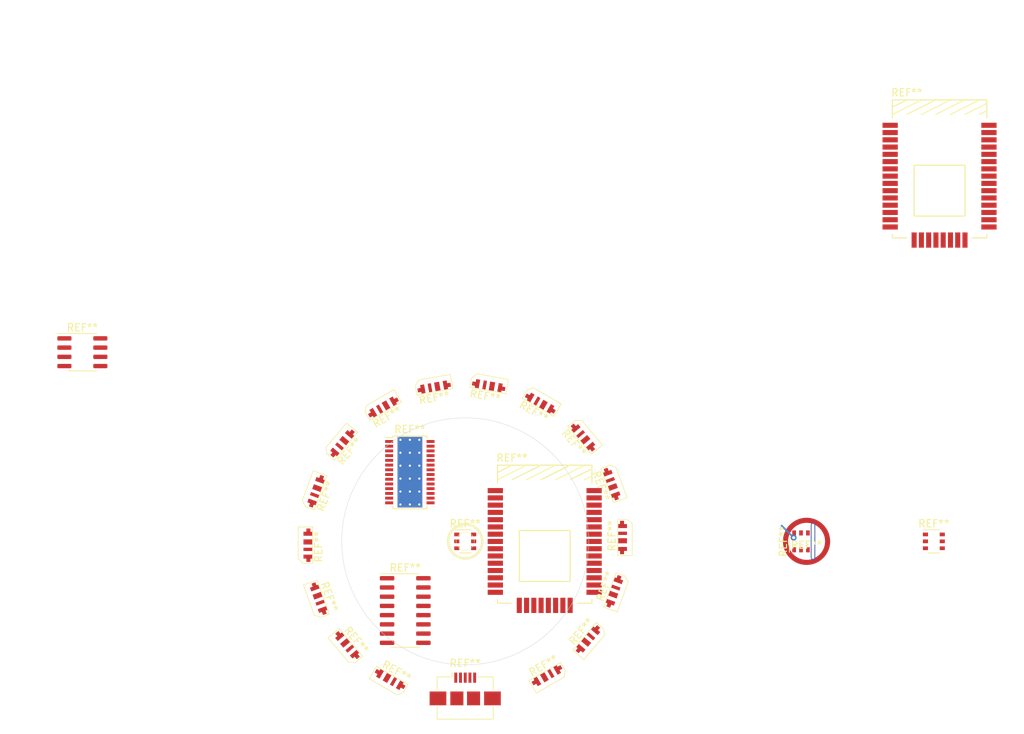
<source format=kicad_pcb>
(kicad_pcb (version 20171130) (host pcbnew 5.1.10-88a1d61d58~90~ubuntu20.04.1)

  (general
    (thickness 1.6)
    (drawings 11)
    (tracks 4)
    (zones 0)
    (modules 26)
    (nets 1)
  )

  (page USLetter)
  (layers
    (0 F.Cu signal)
    (31 B.Cu signal)
    (32 B.Adhes user)
    (33 F.Adhes user)
    (34 B.Paste user)
    (35 F.Paste user)
    (36 B.SilkS user)
    (37 F.SilkS user)
    (38 B.Mask user)
    (39 F.Mask user)
    (40 Dwgs.User user)
    (41 Cmts.User user)
    (42 Eco1.User user)
    (43 Eco2.User user)
    (44 Edge.Cuts user)
    (45 Margin user)
    (46 B.CrtYd user)
    (47 F.CrtYd user)
    (48 B.Fab user)
    (49 F.Fab user)
  )

  (setup
    (last_trace_width 0.25)
    (trace_clearance 0.2)
    (zone_clearance 0.508)
    (zone_45_only no)
    (trace_min 0.2)
    (via_size 0.8)
    (via_drill 0.4)
    (via_min_size 0.4)
    (via_min_drill 0.3)
    (uvia_size 0.3)
    (uvia_drill 0.1)
    (uvias_allowed no)
    (uvia_min_size 0.2)
    (uvia_min_drill 0.1)
    (edge_width 0.05)
    (segment_width 0.2)
    (pcb_text_width 0.3)
    (pcb_text_size 1.5 1.5)
    (mod_edge_width 0.12)
    (mod_text_size 1 1)
    (mod_text_width 0.15)
    (pad_size 1.524 1.524)
    (pad_drill 0.762)
    (pad_to_mask_clearance 0)
    (aux_axis_origin 0 0)
    (grid_origin 100 100)
    (visible_elements FFFFFF7F)
    (pcbplotparams
      (layerselection 0x010fc_ffffffff)
      (usegerberextensions false)
      (usegerberattributes true)
      (usegerberadvancedattributes true)
      (creategerberjobfile true)
      (excludeedgelayer true)
      (linewidth 0.100000)
      (plotframeref false)
      (viasonmask false)
      (mode 1)
      (useauxorigin false)
      (hpglpennumber 1)
      (hpglpenspeed 20)
      (hpglpendiameter 15.000000)
      (psnegative false)
      (psa4output false)
      (plotreference true)
      (plotvalue true)
      (plotinvisibletext false)
      (padsonsilk false)
      (subtractmaskfromsilk false)
      (outputformat 1)
      (mirror false)
      (drillshape 1)
      (scaleselection 1)
      (outputdirectory ""))
  )

  (net 0 "")

  (net_class Default "This is the default net class."
    (clearance 0.2)
    (trace_width 0.25)
    (via_dia 0.8)
    (via_drill 0.4)
    (uvia_dia 0.3)
    (uvia_drill 0.1)
  )

  (module lilygo_micro32:T-Micro32 (layer F.Cu) (tedit 61131E02) (tstamp 612AC4AA)
    (at 158.801 42.723)
    (fp_text reference REF** (at 2 -4.5) (layer F.SilkS)
      (effects (font (size 1 1) (thickness 0.15)))
    )
    (fp_text value T-Micro32 (at 6.5 3) (layer F.Fab)
      (effects (font (size 1 1) (thickness 0.15)))
    )
    (fp_line (start 3 5.5) (end 3 12.5) (layer F.SilkS) (width 0.15))
    (fp_line (start 10 5.5) (end 3 5.5) (layer F.SilkS) (width 0.15))
    (fp_line (start 10 12.5) (end 10 5.5) (layer F.SilkS) (width 0.15))
    (fp_line (start 3 12.5) (end 10 12.5) (layer F.SilkS) (width 0.15))
    (fp_line (start 12 -1.5) (end 13 -2) (layer F.SilkS) (width 0.15))
    (fp_line (start 10 -1.5) (end 13 -3) (layer F.SilkS) (width 0.15))
    (fp_line (start 8 -1.5) (end 12 -3.5) (layer F.SilkS) (width 0.15))
    (fp_line (start 6 -1.5) (end 10 -3.5) (layer F.SilkS) (width 0.15))
    (fp_line (start 8 -3.5) (end 4 -1.5) (layer F.SilkS) (width 0.15))
    (fp_line (start 2 -1.5) (end 6 -3.5) (layer F.SilkS) (width 0.15))
    (fp_line (start 0 -1.5) (end 4 -3.5) (layer F.SilkS) (width 0.15))
    (fp_line (start 0 -2.5) (end 2 -3.5) (layer F.SilkS) (width 0.15))
    (fp_line (start 13 15.5) (end 13 15) (layer F.SilkS) (width 0.15))
    (fp_line (start 11 15.5) (end 13 15.5) (layer F.SilkS) (width 0.15))
    (fp_line (start 0 15.5) (end 2 15.5) (layer F.SilkS) (width 0.15))
    (fp_line (start 0 15) (end 0 15.5) (layer F.SilkS) (width 0.15))
    (fp_line (start 13 -3.5) (end 13 -1) (layer F.SilkS) (width 0.15))
    (fp_line (start 0 -3.5) (end 13 -3.5) (layer F.SilkS) (width 0.15))
    (fp_line (start 0 -1) (end 0 -3.5) (layer F.SilkS) (width 0.15))
    (pad 1 smd rect (at 0 0) (size 2.1 0.7) (drill (offset -0.3 0)) (layers F.Cu F.Paste F.Mask))
    (pad 2 smd rect (at 0 1) (size 2.1 0.7) (drill (offset -0.3 0)) (layers F.Cu F.Paste F.Mask))
    (pad 3 smd rect (at 0 2) (size 2.1 0.7) (drill (offset -0.3 0)) (layers F.Cu F.Paste F.Mask))
    (pad 4 smd rect (at 0 3) (size 2.1 0.7) (drill (offset -0.3 0)) (layers F.Cu F.Paste F.Mask))
    (pad 5 smd rect (at 0 4) (size 2.1 0.7) (drill (offset -0.3 0)) (layers F.Cu F.Paste F.Mask))
    (pad 6 smd rect (at 0 5) (size 2.1 0.7) (drill (offset -0.3 0)) (layers F.Cu F.Paste F.Mask))
    (pad 7 smd rect (at 0 6) (size 2.1 0.7) (drill (offset -0.3 0)) (layers F.Cu F.Paste F.Mask))
    (pad 8 smd rect (at 0 7) (size 2.1 0.7) (drill (offset -0.3 0)) (layers F.Cu F.Paste F.Mask))
    (pad 9 smd rect (at 0 8) (size 2.1 0.7) (drill (offset -0.3 0)) (layers F.Cu F.Paste F.Mask))
    (pad 10 smd rect (at 0 9) (size 2.1 0.7) (drill (offset -0.3 0)) (layers F.Cu F.Paste F.Mask))
    (pad 11 smd rect (at 0 10) (size 2.1 0.7) (drill (offset -0.3 0)) (layers F.Cu F.Paste F.Mask))
    (pad 12 smd rect (at 0 11) (size 2.1 0.7) (drill (offset -0.3 0)) (layers F.Cu F.Paste F.Mask))
    (pad 13 smd rect (at 0 12) (size 2.1 0.7) (drill (offset -0.3 0)) (layers F.Cu F.Paste F.Mask))
    (pad 14 smd rect (at 0 13) (size 2.1 0.7) (drill (offset -0.3 0)) (layers F.Cu F.Paste F.Mask))
    (pad 15 smd rect (at 0 14) (size 2.1 0.7) (drill (offset -0.3 0)) (layers F.Cu F.Paste F.Mask))
    (pad 16 smd rect (at 3 15.5) (size 0.7 2.1) (drill (offset 0 0.3)) (layers F.Cu F.Paste F.Mask))
    (pad 17 smd rect (at 4 15.5) (size 0.7 2.1) (drill (offset 0 0.3)) (layers F.Cu F.Paste F.Mask))
    (pad 18 smd rect (at 5 15.5) (size 0.7 2.1) (drill (offset 0 0.3)) (layers F.Cu F.Paste F.Mask))
    (pad 19 smd rect (at 6 15.5) (size 0.7 2.1) (drill (offset 0 0.3)) (layers F.Cu F.Paste F.Mask))
    (pad 20 smd rect (at 7 15.5) (size 0.7 2.1) (drill (offset 0 0.3)) (layers F.Cu F.Paste F.Mask))
    (pad 21 smd rect (at 8 15.5) (size 0.7 2.1) (drill (offset 0 0.3)) (layers F.Cu F.Paste F.Mask))
    (pad 22 smd rect (at 9 15.5) (size 0.7 2.1) (drill (offset 0 0.3)) (layers F.Cu F.Paste F.Mask))
    (pad 23 smd rect (at 10 15.5) (size 0.7 2.1) (drill (offset 0 0.3)) (layers F.Cu F.Paste F.Mask))
    (pad 24 smd rect (at 13 14) (size 2.1 0.7) (drill (offset 0.3 0)) (layers F.Cu F.Paste F.Mask))
    (pad 25 smd rect (at 13 13) (size 2.1 0.7) (drill (offset 0.3 0)) (layers F.Cu F.Paste F.Mask))
    (pad 26 smd rect (at 13 12) (size 2.1 0.7) (drill (offset 0.3 0)) (layers F.Cu F.Paste F.Mask))
    (pad 27 smd rect (at 13 11) (size 2.1 0.7) (drill (offset 0.3 0)) (layers F.Cu F.Paste F.Mask))
    (pad 28 smd rect (at 13 10) (size 2.1 0.7) (drill (offset 0.3 0)) (layers F.Cu F.Paste F.Mask))
    (pad 29 smd rect (at 13 9) (size 2.1 0.7) (drill (offset 0.3 0)) (layers F.Cu F.Paste F.Mask))
    (pad 30 smd rect (at 13 8) (size 2.1 0.7) (drill (offset 0.3 0)) (layers F.Cu F.Paste F.Mask))
    (pad 31 smd rect (at 13 7) (size 2.1 0.7) (drill (offset 0.3 0)) (layers F.Cu F.Paste F.Mask))
    (pad 32 smd rect (at 13 6) (size 2.1 0.7) (drill (offset 0.3 0)) (layers F.Cu F.Paste F.Mask))
    (pad 33 smd rect (at 13 5) (size 2.1 0.7) (drill (offset 0.3 0)) (layers F.Cu F.Paste F.Mask))
    (pad 34 smd rect (at 13 4) (size 2.1 0.7) (drill (offset 0.3 0)) (layers F.Cu F.Paste F.Mask))
    (pad 35 smd rect (at 13 3) (size 2.1 0.7) (drill (offset 0.3 0)) (layers F.Cu F.Paste F.Mask))
    (pad 36 smd rect (at 13 2) (size 2.1 0.7) (drill (offset 0.3 0)) (layers F.Cu F.Paste F.Mask))
    (pad 37 smd rect (at 13 1) (size 2.1 0.7) (drill (offset 0.3 0)) (layers F.Cu F.Paste F.Mask))
    (pad 38 smd rect (at 13 0) (size 2.1 0.7) (drill (offset 0.3 0)) (layers F.Cu F.Paste F.Mask))
  )

  (module Package_SO:TSOP-6_1.65x3.05mm_P0.95mm (layer F.Cu) (tedit 5A02F25C) (tstamp 612AC3AC)
    (at 146.228 100 90)
    (descr "TSOP-6 package (comparable to TSOT-23), https://www.vishay.com/docs/71200/71200.pdf")
    (tags "Jedec MO-193C TSOP-6L")
    (attr smd)
    (fp_text reference REF** (at 0 -2.45 90) (layer F.SilkS)
      (effects (font (size 1 1) (thickness 0.15)))
    )
    (fp_text value TSOP-6_1.65x3.05mm_P0.95mm (at 0 2.5 90) (layer F.Fab)
      (effects (font (size 1 1) (thickness 0.15)))
    )
    (fp_line (start 1.76 1.77) (end -1.76 1.77) (layer F.CrtYd) (width 0.05))
    (fp_line (start 1.76 1.77) (end 1.76 -1.78) (layer F.CrtYd) (width 0.05))
    (fp_line (start -1.76 -1.78) (end -1.76 1.77) (layer F.CrtYd) (width 0.05))
    (fp_line (start -1.76 -1.78) (end 1.76 -1.78) (layer F.CrtYd) (width 0.05))
    (fp_line (start 0.825 -1.525) (end 0.825 1.525) (layer F.Fab) (width 0.1))
    (fp_line (start 0.825 1.525) (end -0.825 1.525) (layer F.Fab) (width 0.1))
    (fp_line (start -0.825 -1.1) (end -0.825 1.525) (layer F.Fab) (width 0.1))
    (fp_line (start 0.825 -1.525) (end -0.425 -1.525) (layer F.Fab) (width 0.1))
    (fp_line (start -0.825 -1.1) (end -0.425 -1.525) (layer F.Fab) (width 0.1))
    (fp_line (start 0.8 -1.6) (end -1.5 -1.6) (layer F.SilkS) (width 0.12))
    (fp_line (start -0.8 1.6) (end 0.8 1.6) (layer F.SilkS) (width 0.12))
    (fp_text user %R (at 0 0) (layer F.Fab)
      (effects (font (size 0.5 0.5) (thickness 0.075)))
    )
    (pad 6 smd rect (at 1.16 -0.95 90) (size 0.7 0.51) (layers F.Cu F.Paste F.Mask))
    (pad 5 smd rect (at 1.16 0 90) (size 0.7 0.51) (layers F.Cu F.Paste F.Mask))
    (pad 4 smd rect (at 1.16 0.95 90) (size 0.7 0.51) (layers F.Cu F.Paste F.Mask))
    (pad 3 smd rect (at -1.16 0.95 90) (size 0.7 0.51) (layers F.Cu F.Paste F.Mask))
    (pad 2 smd rect (at -1.16 0 90) (size 0.7 0.51) (layers F.Cu F.Paste F.Mask))
    (pad 1 smd rect (at -1.16 -0.95 90) (size 0.7 0.51) (layers F.Cu F.Paste F.Mask))
    (model ${KISYS3DMOD}/Package_SO.3dshapes/TSOP-6_1.65x3.05mm_P0.95mm.wrl
      (at (xyz 0 0 0))
      (scale (xyz 1 1 1))
      (rotate (xyz 0 0 0))
    )
  )

  (module tube_mounts:5.5od_0.2thickness_no_pins (layer F.Cu) (tedit 612A700F) (tstamp 612AC32B)
    (at 146.99 100)
    (fp_text reference REF** (at 0 0.5) (layer F.SilkS)
      (effects (font (size 1 1) (thickness 0.15)))
    )
    (fp_text value 5.5od_0.2thickness_no_pins (at 0 -0.5) (layer F.Fab)
      (effects (font (size 1 1) (thickness 0.15)))
    )
    (fp_poly (pts (xy 0.879 2.27) (xy 0.769 2.27) (xy 0.769 -2.23) (xy 0.889 -2.23)) (layer Dwgs.User) (width 0.01))
    (fp_circle (center 0 0) (end 2.9 0) (layer F.Mask) (width 0.8))
    (fp_circle (center 0 0) (end 2.9 0) (layer F.Cu) (width 0.7))
    (pad "" thru_hole oval (at 0.889 0) (size 0.6 5.05) (drill oval 0.35 4.8) (layers *.Cu *.Mask))
  )

  (module Package_SO:TSOP-6_1.65x3.05mm_P0.95mm (layer F.Cu) (tedit 5A02F25C) (tstamp 612AC36C)
    (at 164.516 100)
    (descr "TSOP-6 package (comparable to TSOT-23), https://www.vishay.com/docs/71200/71200.pdf")
    (tags "Jedec MO-193C TSOP-6L")
    (attr smd)
    (fp_text reference REF** (at 0 -2.45) (layer F.SilkS)
      (effects (font (size 1 1) (thickness 0.15)))
    )
    (fp_text value TSOP-6_1.65x3.05mm_P0.95mm (at 0 2.5) (layer F.Fab)
      (effects (font (size 1 1) (thickness 0.15)))
    )
    (fp_line (start -0.8 1.6) (end 0.8 1.6) (layer F.SilkS) (width 0.12))
    (fp_line (start 0.8 -1.6) (end -1.5 -1.6) (layer F.SilkS) (width 0.12))
    (fp_line (start -0.825 -1.1) (end -0.425 -1.525) (layer F.Fab) (width 0.1))
    (fp_line (start 0.825 -1.525) (end -0.425 -1.525) (layer F.Fab) (width 0.1))
    (fp_line (start -0.825 -1.1) (end -0.825 1.525) (layer F.Fab) (width 0.1))
    (fp_line (start 0.825 1.525) (end -0.825 1.525) (layer F.Fab) (width 0.1))
    (fp_line (start 0.825 -1.525) (end 0.825 1.525) (layer F.Fab) (width 0.1))
    (fp_line (start -1.76 -1.78) (end 1.76 -1.78) (layer F.CrtYd) (width 0.05))
    (fp_line (start -1.76 -1.78) (end -1.76 1.77) (layer F.CrtYd) (width 0.05))
    (fp_line (start 1.76 1.77) (end 1.76 -1.78) (layer F.CrtYd) (width 0.05))
    (fp_line (start 1.76 1.77) (end -1.76 1.77) (layer F.CrtYd) (width 0.05))
    (fp_text user %R (at 0 0 90) (layer F.Fab)
      (effects (font (size 0.5 0.5) (thickness 0.075)))
    )
    (pad 1 smd rect (at -1.16 -0.95) (size 0.7 0.51) (layers F.Cu F.Paste F.Mask))
    (pad 2 smd rect (at -1.16 0) (size 0.7 0.51) (layers F.Cu F.Paste F.Mask))
    (pad 3 smd rect (at -1.16 0.95) (size 0.7 0.51) (layers F.Cu F.Paste F.Mask))
    (pad 4 smd rect (at 1.16 0.95) (size 0.7 0.51) (layers F.Cu F.Paste F.Mask))
    (pad 5 smd rect (at 1.16 0) (size 0.7 0.51) (layers F.Cu F.Paste F.Mask))
    (pad 6 smd rect (at 1.16 -0.95) (size 0.7 0.51) (layers F.Cu F.Paste F.Mask))
    (model ${KISYS3DMOD}/Package_SO.3dshapes/TSOP-6_1.65x3.05mm_P0.95mm.wrl
      (at (xyz 0 0 0))
      (scale (xyz 1 1 1))
      (rotate (xyz 0 0 0))
    )
  )

  (module Package_SO:HTSSOP-28-1EP_4.4x9.7mm_P0.65mm_EP3.4x9.5mm_Mask2.4x6.17mm_ThermalVias (layer F.Cu) (tedit 5A671B3A) (tstamp 6128544B)
    (at 92.38 90.475)
    (descr "HTSSOP28: plastic thin shrink small outline package; 28 leads; body width 4.4 mm; thermal pad")
    (tags "TSSOP HTSSOP 0.65 thermal pad")
    (attr smd)
    (fp_text reference REF** (at 0 -5.9) (layer F.SilkS)
      (effects (font (size 1 1) (thickness 0.15)))
    )
    (fp_text value HTSSOP-28-1EP_4.4x9.7mm_P0.65mm_EP3.4x9.5mm_Mask2.4x6.17mm_ThermalVias (at 0 5.9) (layer F.Fab)
      (effects (font (size 1 1) (thickness 0.15)))
    )
    (fp_line (start -2.325 -4.75) (end -3.4 -4.75) (layer F.SilkS) (width 0.15))
    (fp_line (start -2.325 5.0258) (end 2.325 5.0258) (layer F.SilkS) (width 0.15))
    (fp_line (start -2.325 -4.975) (end 2.325 -4.975) (layer F.SilkS) (width 0.15))
    (fp_line (start -2.325 5.0258) (end -2.325 4.7008) (layer F.SilkS) (width 0.15))
    (fp_line (start 2.325 5.0258) (end 2.325 4.7008) (layer F.SilkS) (width 0.15))
    (fp_line (start 2.325 -4.975) (end 2.325 -4.65) (layer F.SilkS) (width 0.15))
    (fp_line (start -2.325 -4.975) (end -2.325 -4.75) (layer F.SilkS) (width 0.15))
    (fp_line (start -3.65 5.15) (end 3.65 5.15) (layer F.CrtYd) (width 0.05))
    (fp_line (start -3.65 -5.15) (end 3.65 -5.15) (layer F.CrtYd) (width 0.05))
    (fp_line (start 3.65 -5.15) (end 3.65 5.15) (layer F.CrtYd) (width 0.05))
    (fp_line (start -3.65 -5.15) (end -3.65 5.15) (layer F.CrtYd) (width 0.05))
    (fp_line (start -2.2 -3.85) (end -1.2 -4.85) (layer F.Fab) (width 0.15))
    (fp_line (start -2.2 4.85) (end -2.2 -3.85) (layer F.Fab) (width 0.15))
    (fp_line (start 2.2 4.9008) (end -2.2 4.9008) (layer F.Fab) (width 0.15))
    (fp_line (start 2.2 -4.85) (end 2.2 4.85) (layer F.Fab) (width 0.15))
    (fp_line (start -1.2 -4.85) (end 2.2 -4.85) (layer F.Fab) (width 0.15))
    (fp_text user %R (at 0 0) (layer F.Fab)
      (effects (font (size 0.8 0.8) (thickness 0.15)))
    )
    (pad 29 smd rect (at 0 0) (size 3.4 9.7) (layers B.Cu))
    (pad "" smd rect (at -0.6 1.78) (size 0.9 1.4) (layers F.Paste))
    (pad "" smd rect (at 0.6 1.78) (size 0.9 1.4) (layers F.Paste))
    (pad "" smd rect (at -0.6 0) (size 0.9 1.4) (layers F.Paste))
    (pad "" smd rect (at 0.6 0) (size 0.9 1.4) (layers F.Paste))
    (pad "" smd rect (at 0.6 -1.78) (size 0.9 1.4) (layers F.Paste))
    (pad "" smd rect (at -0.6 -1.78) (size 0.9 1.4) (layers F.Paste))
    (pad "" smd rect (at 0 0) (size 2.4 6.17) (layers F.Mask))
    (pad 29 thru_hole circle (at -1.3 4.45) (size 0.6 0.6) (drill 0.3) (layers *.Cu))
    (pad 29 thru_hole circle (at 0 4.45) (size 0.6 0.6) (drill 0.3) (layers *.Cu))
    (pad 29 thru_hole circle (at 1.3 4.45) (size 0.6 0.6) (drill 0.3) (layers *.Cu))
    (pad 29 thru_hole circle (at -1.3 2.67) (size 0.6 0.6) (drill 0.3) (layers *.Cu))
    (pad 29 thru_hole circle (at 0 2.67) (size 0.6 0.6) (drill 0.3) (layers *.Cu))
    (pad 29 thru_hole circle (at 1.3 2.67) (size 0.6 0.6) (drill 0.3) (layers *.Cu))
    (pad 29 thru_hole circle (at -1.3 0.89) (size 0.6 0.6) (drill 0.3) (layers *.Cu))
    (pad 29 thru_hole circle (at 0 0.89) (size 0.6 0.6) (drill 0.3) (layers *.Cu))
    (pad 29 thru_hole circle (at 1.3 0.89) (size 0.6 0.6) (drill 0.3) (layers *.Cu))
    (pad 29 thru_hole circle (at -1.3 -0.89) (size 0.6 0.6) (drill 0.3) (layers *.Cu))
    (pad 29 thru_hole circle (at 0 -0.89) (size 0.6 0.6) (drill 0.3) (layers *.Cu))
    (pad 29 thru_hole circle (at 1.3 -0.89) (size 0.6 0.6) (drill 0.3) (layers *.Cu))
    (pad 29 thru_hole circle (at -1.3 -2.67) (size 0.6 0.6) (drill 0.3) (layers *.Cu))
    (pad 29 thru_hole circle (at 0 -2.67) (size 0.6 0.6) (drill 0.3) (layers *.Cu))
    (pad 29 thru_hole circle (at 1.3 -2.67) (size 0.6 0.6) (drill 0.3) (layers *.Cu))
    (pad 29 thru_hole circle (at 1.3 -4.45) (size 0.6 0.6) (drill 0.3) (layers *.Cu))
    (pad 29 thru_hole circle (at 0 -4.45) (size 0.6 0.6) (drill 0.3) (layers *.Cu))
    (pad 29 thru_hole circle (at -1.3 -4.45) (size 0.6 0.6) (drill 0.3) (layers *.Cu))
    (pad 29 smd rect (at 0 0) (size 3.4 9.7) (layers F.Cu))
    (pad 28 smd rect (at 2.85 -4.225) (size 1.1 0.4) (layers F.Cu F.Paste F.Mask))
    (pad 27 smd rect (at 2.85 -3.575) (size 1.1 0.4) (layers F.Cu F.Paste F.Mask))
    (pad 26 smd rect (at 2.85 -2.925) (size 1.1 0.4) (layers F.Cu F.Paste F.Mask))
    (pad 25 smd rect (at 2.85 -2.275) (size 1.1 0.4) (layers F.Cu F.Paste F.Mask))
    (pad 24 smd rect (at 2.85 -1.625) (size 1.1 0.4) (layers F.Cu F.Paste F.Mask))
    (pad 23 smd rect (at 2.85 -0.975) (size 1.1 0.4) (layers F.Cu F.Paste F.Mask))
    (pad 22 smd rect (at 2.85 -0.325) (size 1.1 0.4) (layers F.Cu F.Paste F.Mask))
    (pad 21 smd rect (at 2.85 0.325) (size 1.1 0.4) (layers F.Cu F.Paste F.Mask))
    (pad 20 smd rect (at 2.85 0.975) (size 1.1 0.4) (layers F.Cu F.Paste F.Mask))
    (pad 19 smd rect (at 2.85 1.625) (size 1.1 0.4) (layers F.Cu F.Paste F.Mask))
    (pad 18 smd rect (at 2.85 2.275) (size 1.1 0.4) (layers F.Cu F.Paste F.Mask))
    (pad 17 smd rect (at 2.85 2.925) (size 1.1 0.4) (layers F.Cu F.Paste F.Mask))
    (pad 16 smd rect (at 2.85 3.575) (size 1.1 0.4) (layers F.Cu F.Paste F.Mask))
    (pad 15 smd rect (at 2.85 4.225) (size 1.1 0.4) (layers F.Cu F.Paste F.Mask))
    (pad 14 smd rect (at -2.85 4.225) (size 1.1 0.4) (layers F.Cu F.Paste F.Mask))
    (pad 13 smd rect (at -2.85 3.575) (size 1.1 0.4) (layers F.Cu F.Paste F.Mask))
    (pad 12 smd rect (at -2.85 2.925) (size 1.1 0.4) (layers F.Cu F.Paste F.Mask))
    (pad 11 smd rect (at -2.85 2.275) (size 1.1 0.4) (layers F.Cu F.Paste F.Mask))
    (pad 10 smd rect (at -2.85 1.625) (size 1.1 0.4) (layers F.Cu F.Paste F.Mask))
    (pad 9 smd rect (at -2.85 0.975) (size 1.1 0.4) (layers F.Cu F.Paste F.Mask))
    (pad 8 smd rect (at -2.85 0.325) (size 1.1 0.4) (layers F.Cu F.Paste F.Mask))
    (pad 7 smd rect (at -2.85 -0.325) (size 1.1 0.4) (layers F.Cu F.Paste F.Mask))
    (pad 6 smd rect (at -2.85 -0.975) (size 1.1 0.4) (layers F.Cu F.Paste F.Mask))
    (pad 5 smd rect (at -2.85 -1.625) (size 1.1 0.4) (layers F.Cu F.Paste F.Mask))
    (pad 4 smd rect (at -2.85 -2.275) (size 1.1 0.4) (layers F.Cu F.Paste F.Mask))
    (pad 3 smd rect (at -2.85 -2.925) (size 1.1 0.4) (layers F.Cu F.Paste F.Mask))
    (pad 2 smd rect (at -2.85 -3.575) (size 1.1 0.4) (layers F.Cu F.Paste F.Mask))
    (pad 1 smd rect (at -2.85 -4.225) (size 1.1 0.4) (layers F.Cu F.Paste F.Mask))
    (model ${KISYS3DMOD}/Package_SO.3dshapes/HTSSOP-28-1EP_4.4x9.7mm_P0.65mm_EP3.4x9.5mm.wrl
      (at (xyz 0 0 0))
      (scale (xyz 1 1 1))
      (rotate (xyz 0 0 0))
    )
  )

  (module sk6812:SK6812-SIDE-A (layer F.Cu) (tedit 6127EC07) (tstamp 6128489E)
    (at 119.853598 108.577625 70)
    (fp_text reference REF** (at 2.032 -1.397 70) (layer F.SilkS)
      (effects (font (size 1 1) (thickness 0.15)))
    )
    (fp_text value SK6812-SIDE-A (at 0 -0.5 70) (layer F.Fab)
      (effects (font (size 1 1) (thickness 0.15)))
    )
    (fp_line (start -0.7 -0.6) (end 4.3 -0.6) (layer F.SilkS) (width 0.1))
    (fp_line (start 4.3 -0.6) (end 4.3 0.7) (layer F.SilkS) (width 0.1))
    (fp_line (start 4.3 0.7) (end 3.7 1.4) (layer F.SilkS) (width 0.1))
    (fp_line (start 3.7 1.4) (end -0.7 1.4) (layer F.SilkS) (width 0.1))
    (fp_line (start -0.7 1.4) (end -0.7 -0.6) (layer F.SilkS) (width 0.1))
    (pad 1 smd custom (at 0 0 70) (size 1 0.55) (layers F.Cu F.Paste F.Mask)
      (zone_connect 0)
      (options (clearance outline) (anchor rect))
      (primitives
        (gr_poly (pts
           (xy -0.05 -0.525) (xy 0.5 -0.525) (xy 0.5 0.675) (xy -0.05 0.675)) (width 0))
      ))
    (pad 2 smd rect (at 1.35 0 70) (size 0.7 1.2) (drill (offset 0 0.075)) (layers F.Cu F.Paste F.Mask)
      (zone_connect 0))
    (pad 3 smd rect (at 2.375 0 70) (size 0.45 1.2) (drill (offset 0 0.075)) (layers F.Cu F.Paste F.Mask)
      (zone_connect 0))
    (pad 4 smd custom (at 3.6 0 70) (size 1 0.55) (layers F.Cu F.Paste F.Mask)
      (zone_connect 0)
      (options (clearance outline) (anchor rect))
      (primitives
        (gr_poly (pts
           (xy 0.05 -0.525) (xy -0.5 -0.525) (xy -0.5 0.675) (xy 0.05 0.675)) (width 0))
      ))
  )

  (module sk6812:SK6812-SIDE-A (layer F.Cu) (tedit 6127EC07) (tstamp 61284886)
    (at 115.722559 114.850661 50)
    (fp_text reference REF** (at 2.032 -1.397 50) (layer F.SilkS)
      (effects (font (size 1 1) (thickness 0.15)))
    )
    (fp_text value SK6812-SIDE-A (at 0 -0.5 50) (layer F.Fab)
      (effects (font (size 1 1) (thickness 0.15)))
    )
    (fp_line (start -0.7 -0.6) (end 4.3 -0.6) (layer F.SilkS) (width 0.1))
    (fp_line (start 4.3 -0.6) (end 4.3 0.7) (layer F.SilkS) (width 0.1))
    (fp_line (start 4.3 0.7) (end 3.7 1.4) (layer F.SilkS) (width 0.1))
    (fp_line (start 3.7 1.4) (end -0.7 1.4) (layer F.SilkS) (width 0.1))
    (fp_line (start -0.7 1.4) (end -0.7 -0.6) (layer F.SilkS) (width 0.1))
    (pad 1 smd custom (at 0 0 50) (size 1 0.55) (layers F.Cu F.Paste F.Mask)
      (zone_connect 0)
      (options (clearance outline) (anchor rect))
      (primitives
        (gr_poly (pts
           (xy -0.05 -0.525) (xy 0.5 -0.525) (xy 0.5 0.675) (xy -0.05 0.675)) (width 0))
      ))
    (pad 2 smd rect (at 1.35 0 50) (size 0.7 1.2) (drill (offset 0 0.075)) (layers F.Cu F.Paste F.Mask)
      (zone_connect 0))
    (pad 3 smd rect (at 2.375 0 50) (size 0.45 1.2) (drill (offset 0 0.075)) (layers F.Cu F.Paste F.Mask)
      (zone_connect 0))
    (pad 4 smd custom (at 3.6 0 50) (size 1 0.55) (layers F.Cu F.Paste F.Mask)
      (zone_connect 0)
      (options (clearance outline) (anchor rect))
      (primitives
        (gr_poly (pts
           (xy 0.05 -0.525) (xy -0.5 -0.525) (xy -0.5 0.675) (xy 0.05 0.675)) (width 0))
      ))
  )

  (module sk6812:SK6812-SIDE-A (layer F.Cu) (tedit 6127EC07) (tstamp 6128486E)
    (at 109.695148 119.332488 30)
    (fp_text reference REF** (at 2.032 -1.397 30) (layer F.SilkS)
      (effects (font (size 1 1) (thickness 0.15)))
    )
    (fp_text value SK6812-SIDE-A (at 0 -0.5 30) (layer F.Fab)
      (effects (font (size 1 1) (thickness 0.15)))
    )
    (fp_line (start -0.7 -0.6) (end 4.3 -0.6) (layer F.SilkS) (width 0.1))
    (fp_line (start 4.3 -0.6) (end 4.3 0.7) (layer F.SilkS) (width 0.1))
    (fp_line (start 4.3 0.7) (end 3.7 1.4) (layer F.SilkS) (width 0.1))
    (fp_line (start 3.7 1.4) (end -0.7 1.4) (layer F.SilkS) (width 0.1))
    (fp_line (start -0.7 1.4) (end -0.7 -0.6) (layer F.SilkS) (width 0.1))
    (pad 1 smd custom (at 0 0 30) (size 1 0.55) (layers F.Cu F.Paste F.Mask)
      (zone_connect 0)
      (options (clearance outline) (anchor rect))
      (primitives
        (gr_poly (pts
           (xy -0.05 -0.525) (xy 0.5 -0.525) (xy 0.5 0.675) (xy -0.05 0.675)) (width 0))
      ))
    (pad 2 smd rect (at 1.35 0 30) (size 0.7 1.2) (drill (offset 0 0.075)) (layers F.Cu F.Paste F.Mask)
      (zone_connect 0))
    (pad 3 smd rect (at 2.375 0 30) (size 0.45 1.2) (drill (offset 0 0.075)) (layers F.Cu F.Paste F.Mask)
      (zone_connect 0))
    (pad 4 smd custom (at 3.6 0 30) (size 1 0.55) (layers F.Cu F.Paste F.Mask)
      (zone_connect 0)
      (options (clearance outline) (anchor rect))
      (primitives
        (gr_poly (pts
           (xy 0.05 -0.525) (xy -0.5 -0.525) (xy -0.5 0.675) (xy 0.05 0.675)) (width 0))
      ))
  )

  (module sk6812:SK6812-SIDE-A (layer F.Cu) (tedit 6127EC07) (tstamp 61284826)
    (at 88.105148 118.062488 330)
    (fp_text reference REF** (at 2.032 -1.397 150) (layer F.SilkS)
      (effects (font (size 1 1) (thickness 0.15)))
    )
    (fp_text value SK6812-SIDE-A (at 0 -0.5 150) (layer F.Fab)
      (effects (font (size 1 1) (thickness 0.15)))
    )
    (fp_line (start -0.7 -0.6) (end 4.3 -0.6) (layer F.SilkS) (width 0.1))
    (fp_line (start 4.3 -0.6) (end 4.3 0.7) (layer F.SilkS) (width 0.1))
    (fp_line (start 4.3 0.7) (end 3.7 1.4) (layer F.SilkS) (width 0.1))
    (fp_line (start 3.7 1.4) (end -0.7 1.4) (layer F.SilkS) (width 0.1))
    (fp_line (start -0.7 1.4) (end -0.7 -0.6) (layer F.SilkS) (width 0.1))
    (pad 1 smd custom (at 0 0 330) (size 1 0.55) (layers F.Cu F.Paste F.Mask)
      (zone_connect 0)
      (options (clearance outline) (anchor rect))
      (primitives
        (gr_poly (pts
           (xy -0.05 -0.525) (xy 0.5 -0.525) (xy 0.5 0.675) (xy -0.05 0.675)) (width 0))
      ))
    (pad 2 smd rect (at 1.35 0 330) (size 0.7 1.2) (drill (offset 0 0.075)) (layers F.Cu F.Paste F.Mask)
      (zone_connect 0))
    (pad 3 smd rect (at 2.375 0 330) (size 0.45 1.2) (drill (offset 0 0.075)) (layers F.Cu F.Paste F.Mask)
      (zone_connect 0))
    (pad 4 smd custom (at 3.6 0 330) (size 1 0.55) (layers F.Cu F.Paste F.Mask)
      (zone_connect 0)
      (options (clearance outline) (anchor rect))
      (primitives
        (gr_poly (pts
           (xy 0.05 -0.525) (xy -0.5 -0.525) (xy -0.5 0.675) (xy 0.05 0.675)) (width 0))
      ))
  )

  (module sk6812:SK6812-SIDE-A (layer F.Cu) (tedit 6127EC07) (tstamp 6128480E)
    (at 82.64476 112.904908 310)
    (fp_text reference REF** (at 2.032 -1.397 130) (layer F.SilkS)
      (effects (font (size 1 1) (thickness 0.15)))
    )
    (fp_text value SK6812-SIDE-A (at 0 -0.5 130) (layer F.Fab)
      (effects (font (size 1 1) (thickness 0.15)))
    )
    (fp_line (start -0.7 -0.6) (end 4.3 -0.6) (layer F.SilkS) (width 0.1))
    (fp_line (start 4.3 -0.6) (end 4.3 0.7) (layer F.SilkS) (width 0.1))
    (fp_line (start 4.3 0.7) (end 3.7 1.4) (layer F.SilkS) (width 0.1))
    (fp_line (start 3.7 1.4) (end -0.7 1.4) (layer F.SilkS) (width 0.1))
    (fp_line (start -0.7 1.4) (end -0.7 -0.6) (layer F.SilkS) (width 0.1))
    (pad 1 smd custom (at 0 0 310) (size 1 0.55) (layers F.Cu F.Paste F.Mask)
      (zone_connect 0)
      (options (clearance outline) (anchor rect))
      (primitives
        (gr_poly (pts
           (xy -0.05 -0.525) (xy 0.5 -0.525) (xy 0.5 0.675) (xy -0.05 0.675)) (width 0))
      ))
    (pad 2 smd rect (at 1.35 0 310) (size 0.7 1.2) (drill (offset 0 0.075)) (layers F.Cu F.Paste F.Mask)
      (zone_connect 0))
    (pad 3 smd rect (at 2.375 0 310) (size 0.45 1.2) (drill (offset 0 0.075)) (layers F.Cu F.Paste F.Mask)
      (zone_connect 0))
    (pad 4 smd custom (at 3.6 0 310) (size 1 0.55) (layers F.Cu F.Paste F.Mask)
      (zone_connect 0)
      (options (clearance outline) (anchor rect))
      (primitives
        (gr_poly (pts
           (xy 0.05 -0.525) (xy -0.5 -0.525) (xy -0.5 0.675) (xy 0.05 0.675)) (width 0))
      ))
  )

  (module sk6812:SK6812-SIDE-A (layer F.Cu) (tedit 6127EC07) (tstamp 612847F6)
    (at 79.277671 106.190805 290)
    (fp_text reference REF** (at 2.032 -1.397 110) (layer F.SilkS)
      (effects (font (size 1 1) (thickness 0.15)))
    )
    (fp_text value SK6812-SIDE-A (at 0 -0.5 110) (layer F.Fab)
      (effects (font (size 1 1) (thickness 0.15)))
    )
    (fp_line (start -0.7 -0.6) (end 4.3 -0.6) (layer F.SilkS) (width 0.1))
    (fp_line (start 4.3 -0.6) (end 4.3 0.7) (layer F.SilkS) (width 0.1))
    (fp_line (start 4.3 0.7) (end 3.7 1.4) (layer F.SilkS) (width 0.1))
    (fp_line (start 3.7 1.4) (end -0.7 1.4) (layer F.SilkS) (width 0.1))
    (fp_line (start -0.7 1.4) (end -0.7 -0.6) (layer F.SilkS) (width 0.1))
    (pad 1 smd custom (at 0 0 290) (size 1 0.55) (layers F.Cu F.Paste F.Mask)
      (zone_connect 0)
      (options (clearance outline) (anchor rect))
      (primitives
        (gr_poly (pts
           (xy -0.05 -0.525) (xy 0.5 -0.525) (xy 0.5 0.675) (xy -0.05 0.675)) (width 0))
      ))
    (pad 2 smd rect (at 1.35 0 290) (size 0.7 1.2) (drill (offset 0 0.075)) (layers F.Cu F.Paste F.Mask)
      (zone_connect 0))
    (pad 3 smd rect (at 2.375 0 290) (size 0.45 1.2) (drill (offset 0 0.075)) (layers F.Cu F.Paste F.Mask)
      (zone_connect 0))
    (pad 4 smd custom (at 3.6 0 290) (size 1 0.55) (layers F.Cu F.Paste F.Mask)
      (zone_connect 0)
      (options (clearance outline) (anchor rect))
      (primitives
        (gr_poly (pts
           (xy 0.05 -0.525) (xy -0.5 -0.525) (xy -0.5 0.675) (xy 0.05 0.675)) (width 0))
      ))
  )

  (module sk6812:SK6812-SIDE-A (layer F.Cu) (tedit 6127EC07) (tstamp 612847DE)
    (at 78.41 98.73 270)
    (fp_text reference REF** (at 2.032 -1.397 90) (layer F.SilkS)
      (effects (font (size 1 1) (thickness 0.15)))
    )
    (fp_text value SK6812-SIDE-A (at 0 -0.5 90) (layer F.Fab)
      (effects (font (size 1 1) (thickness 0.15)))
    )
    (fp_line (start -0.7 -0.6) (end 4.3 -0.6) (layer F.SilkS) (width 0.1))
    (fp_line (start 4.3 -0.6) (end 4.3 0.7) (layer F.SilkS) (width 0.1))
    (fp_line (start 4.3 0.7) (end 3.7 1.4) (layer F.SilkS) (width 0.1))
    (fp_line (start 3.7 1.4) (end -0.7 1.4) (layer F.SilkS) (width 0.1))
    (fp_line (start -0.7 1.4) (end -0.7 -0.6) (layer F.SilkS) (width 0.1))
    (pad 1 smd custom (at 0 0 270) (size 1 0.55) (layers F.Cu F.Paste F.Mask)
      (zone_connect 0)
      (options (clearance outline) (anchor rect))
      (primitives
        (gr_poly (pts
           (xy -0.05 -0.525) (xy 0.5 -0.525) (xy 0.5 0.675) (xy -0.05 0.675)) (width 0))
      ))
    (pad 2 smd rect (at 1.35 0 270) (size 0.7 1.2) (drill (offset 0 0.075)) (layers F.Cu F.Paste F.Mask)
      (zone_connect 0))
    (pad 3 smd rect (at 2.375 0 270) (size 0.45 1.2) (drill (offset 0 0.075)) (layers F.Cu F.Paste F.Mask)
      (zone_connect 0))
    (pad 4 smd custom (at 3.6 0 270) (size 1 0.55) (layers F.Cu F.Paste F.Mask)
      (zone_connect 0)
      (options (clearance outline) (anchor rect))
      (primitives
        (gr_poly (pts
           (xy 0.05 -0.525) (xy -0.5 -0.525) (xy -0.5 0.675) (xy 0.05 0.675)) (width 0))
      ))
  )

  (module sk6812:SK6812-SIDE-A (layer F.Cu) (tedit 6127EC07) (tstamp 612854B1)
    (at 80.146402 91.422375 250)
    (fp_text reference REF** (at 2.032 -1.397 70) (layer F.SilkS)
      (effects (font (size 1 1) (thickness 0.15)))
    )
    (fp_text value SK6812-SIDE-A (at 0 -0.5 70) (layer F.Fab)
      (effects (font (size 1 1) (thickness 0.15)))
    )
    (fp_line (start -0.7 -0.6) (end 4.3 -0.6) (layer F.SilkS) (width 0.1))
    (fp_line (start 4.3 -0.6) (end 4.3 0.7) (layer F.SilkS) (width 0.1))
    (fp_line (start 4.3 0.7) (end 3.7 1.4) (layer F.SilkS) (width 0.1))
    (fp_line (start 3.7 1.4) (end -0.7 1.4) (layer F.SilkS) (width 0.1))
    (fp_line (start -0.7 1.4) (end -0.7 -0.6) (layer F.SilkS) (width 0.1))
    (pad 1 smd custom (at 0 0 250) (size 1 0.55) (layers F.Cu F.Paste F.Mask)
      (zone_connect 0)
      (options (clearance outline) (anchor rect))
      (primitives
        (gr_poly (pts
           (xy -0.05 -0.525) (xy 0.5 -0.525) (xy 0.5 0.675) (xy -0.05 0.675)) (width 0))
      ))
    (pad 2 smd rect (at 1.35 0 250) (size 0.7 1.2) (drill (offset 0 0.075)) (layers F.Cu F.Paste F.Mask)
      (zone_connect 0))
    (pad 3 smd rect (at 2.375 0 250) (size 0.45 1.2) (drill (offset 0 0.075)) (layers F.Cu F.Paste F.Mask)
      (zone_connect 0))
    (pad 4 smd custom (at 3.6 0 250) (size 1 0.55) (layers F.Cu F.Paste F.Mask)
      (zone_connect 0)
      (options (clearance outline) (anchor rect))
      (primitives
        (gr_poly (pts
           (xy 0.05 -0.525) (xy -0.5 -0.525) (xy -0.5 0.675) (xy 0.05 0.675)) (width 0))
      ))
  )

  (module sk6812:SK6812-SIDE-A (layer F.Cu) (tedit 6127EC07) (tstamp 612847AE)
    (at 84.277441 85.149339 230)
    (fp_text reference REF** (at 2.032 -1.397 50) (layer F.SilkS)
      (effects (font (size 1 1) (thickness 0.15)))
    )
    (fp_text value SK6812-SIDE-A (at 0 -0.5 50) (layer F.Fab)
      (effects (font (size 1 1) (thickness 0.15)))
    )
    (fp_line (start -0.7 -0.6) (end 4.3 -0.6) (layer F.SilkS) (width 0.1))
    (fp_line (start 4.3 -0.6) (end 4.3 0.7) (layer F.SilkS) (width 0.1))
    (fp_line (start 4.3 0.7) (end 3.7 1.4) (layer F.SilkS) (width 0.1))
    (fp_line (start 3.7 1.4) (end -0.7 1.4) (layer F.SilkS) (width 0.1))
    (fp_line (start -0.7 1.4) (end -0.7 -0.6) (layer F.SilkS) (width 0.1))
    (pad 1 smd custom (at 0 0 230) (size 1 0.55) (layers F.Cu F.Paste F.Mask)
      (zone_connect 0)
      (options (clearance outline) (anchor rect))
      (primitives
        (gr_poly (pts
           (xy -0.05 -0.525) (xy 0.5 -0.525) (xy 0.5 0.675) (xy -0.05 0.675)) (width 0))
      ))
    (pad 2 smd rect (at 1.35 0 230) (size 0.7 1.2) (drill (offset 0 0.075)) (layers F.Cu F.Paste F.Mask)
      (zone_connect 0))
    (pad 3 smd rect (at 2.375 0 230) (size 0.45 1.2) (drill (offset 0 0.075)) (layers F.Cu F.Paste F.Mask)
      (zone_connect 0))
    (pad 4 smd custom (at 3.6 0 230) (size 1 0.55) (layers F.Cu F.Paste F.Mask)
      (zone_connect 0)
      (options (clearance outline) (anchor rect))
      (primitives
        (gr_poly (pts
           (xy 0.05 -0.525) (xy -0.5 -0.525) (xy -0.5 0.675) (xy 0.05 0.675)) (width 0))
      ))
  )

  (module sk6812:SK6812-SIDE-A (layer F.Cu) (tedit 6127EC07) (tstamp 61284796)
    (at 90.304852 80.667512 210)
    (fp_text reference REF** (at 2.032 -1.397 30) (layer F.SilkS)
      (effects (font (size 1 1) (thickness 0.15)))
    )
    (fp_text value SK6812-SIDE-A (at 0 -0.5 30) (layer F.Fab)
      (effects (font (size 1 1) (thickness 0.15)))
    )
    (fp_line (start -0.7 -0.6) (end 4.3 -0.6) (layer F.SilkS) (width 0.1))
    (fp_line (start 4.3 -0.6) (end 4.3 0.7) (layer F.SilkS) (width 0.1))
    (fp_line (start 4.3 0.7) (end 3.7 1.4) (layer F.SilkS) (width 0.1))
    (fp_line (start 3.7 1.4) (end -0.7 1.4) (layer F.SilkS) (width 0.1))
    (fp_line (start -0.7 1.4) (end -0.7 -0.6) (layer F.SilkS) (width 0.1))
    (pad 1 smd custom (at 0 0 210) (size 1 0.55) (layers F.Cu F.Paste F.Mask)
      (zone_connect 0)
      (options (clearance outline) (anchor rect))
      (primitives
        (gr_poly (pts
           (xy -0.05 -0.525) (xy 0.5 -0.525) (xy 0.5 0.675) (xy -0.05 0.675)) (width 0))
      ))
    (pad 2 smd rect (at 1.35 0 210) (size 0.7 1.2) (drill (offset 0 0.075)) (layers F.Cu F.Paste F.Mask)
      (zone_connect 0))
    (pad 3 smd rect (at 2.375 0 210) (size 0.45 1.2) (drill (offset 0 0.075)) (layers F.Cu F.Paste F.Mask)
      (zone_connect 0))
    (pad 4 smd custom (at 3.6 0 210) (size 1 0.55) (layers F.Cu F.Paste F.Mask)
      (zone_connect 0)
      (options (clearance outline) (anchor rect))
      (primitives
        (gr_poly (pts
           (xy 0.05 -0.525) (xy -0.5 -0.525) (xy -0.5 0.675) (xy 0.05 0.675)) (width 0))
      ))
  )

  (module sk6812:SK6812-SIDE-A (layer F.Cu) (tedit 6127EC07) (tstamp 6128477E)
    (at 97.501642 78.517467 190)
    (fp_text reference REF** (at 2.032 -1.397 10) (layer F.SilkS)
      (effects (font (size 1 1) (thickness 0.15)))
    )
    (fp_text value SK6812-SIDE-A (at 0 -0.5 10) (layer F.Fab)
      (effects (font (size 1 1) (thickness 0.15)))
    )
    (fp_line (start -0.7 -0.6) (end 4.3 -0.6) (layer F.SilkS) (width 0.1))
    (fp_line (start 4.3 -0.6) (end 4.3 0.7) (layer F.SilkS) (width 0.1))
    (fp_line (start 4.3 0.7) (end 3.7 1.4) (layer F.SilkS) (width 0.1))
    (fp_line (start 3.7 1.4) (end -0.7 1.4) (layer F.SilkS) (width 0.1))
    (fp_line (start -0.7 1.4) (end -0.7 -0.6) (layer F.SilkS) (width 0.1))
    (pad 1 smd custom (at 0 0 190) (size 1 0.55) (layers F.Cu F.Paste F.Mask)
      (zone_connect 0)
      (options (clearance outline) (anchor rect))
      (primitives
        (gr_poly (pts
           (xy -0.05 -0.525) (xy 0.5 -0.525) (xy 0.5 0.675) (xy -0.05 0.675)) (width 0))
      ))
    (pad 2 smd rect (at 1.35 0 190) (size 0.7 1.2) (drill (offset 0 0.075)) (layers F.Cu F.Paste F.Mask)
      (zone_connect 0))
    (pad 3 smd rect (at 2.375 0 190) (size 0.45 1.2) (drill (offset 0 0.075)) (layers F.Cu F.Paste F.Mask)
      (zone_connect 0))
    (pad 4 smd custom (at 3.6 0 190) (size 1 0.55) (layers F.Cu F.Paste F.Mask)
      (zone_connect 0)
      (options (clearance outline) (anchor rect))
      (primitives
        (gr_poly (pts
           (xy 0.05 -0.525) (xy -0.5 -0.525) (xy -0.5 0.675) (xy 0.05 0.675)) (width 0))
      ))
  )

  (module sk6812:SK6812-SIDE-A (layer F.Cu) (tedit 6127EC07) (tstamp 61284766)
    (at 104.99977 78.958534 170)
    (fp_text reference REF** (at 2.032 -1.397 170) (layer F.SilkS)
      (effects (font (size 1 1) (thickness 0.15)))
    )
    (fp_text value SK6812-SIDE-A (at 0 -0.5 170) (layer F.Fab)
      (effects (font (size 1 1) (thickness 0.15)))
    )
    (fp_line (start -0.7 -0.6) (end 4.3 -0.6) (layer F.SilkS) (width 0.1))
    (fp_line (start 4.3 -0.6) (end 4.3 0.7) (layer F.SilkS) (width 0.1))
    (fp_line (start 4.3 0.7) (end 3.7 1.4) (layer F.SilkS) (width 0.1))
    (fp_line (start 3.7 1.4) (end -0.7 1.4) (layer F.SilkS) (width 0.1))
    (fp_line (start -0.7 1.4) (end -0.7 -0.6) (layer F.SilkS) (width 0.1))
    (pad 1 smd custom (at 0 0 170) (size 1 0.55) (layers F.Cu F.Paste F.Mask)
      (zone_connect 0)
      (options (clearance outline) (anchor rect))
      (primitives
        (gr_poly (pts
           (xy -0.05 -0.525) (xy 0.5 -0.525) (xy 0.5 0.675) (xy -0.05 0.675)) (width 0))
      ))
    (pad 2 smd rect (at 1.35 0 170) (size 0.7 1.2) (drill (offset 0 0.075)) (layers F.Cu F.Paste F.Mask)
      (zone_connect 0))
    (pad 3 smd rect (at 2.375 0 170) (size 0.45 1.2) (drill (offset 0 0.075)) (layers F.Cu F.Paste F.Mask)
      (zone_connect 0))
    (pad 4 smd custom (at 3.6 0 170) (size 1 0.55) (layers F.Cu F.Paste F.Mask)
      (zone_connect 0)
      (options (clearance outline) (anchor rect))
      (primitives
        (gr_poly (pts
           (xy 0.05 -0.525) (xy -0.5 -0.525) (xy -0.5 0.675) (xy 0.05 0.675)) (width 0))
      ))
  )

  (module sk6812:SK6812-SIDE-A (layer F.Cu) (tedit 6127EC07) (tstamp 6128474E)
    (at 111.894852 81.937512 150)
    (fp_text reference REF** (at 2.032 -1.397 150) (layer F.SilkS)
      (effects (font (size 1 1) (thickness 0.15)))
    )
    (fp_text value SK6812-SIDE-A (at 0 -0.5 150) (layer F.Fab)
      (effects (font (size 1 1) (thickness 0.15)))
    )
    (fp_line (start -0.7 -0.6) (end 4.3 -0.6) (layer F.SilkS) (width 0.1))
    (fp_line (start 4.3 -0.6) (end 4.3 0.7) (layer F.SilkS) (width 0.1))
    (fp_line (start 4.3 0.7) (end 3.7 1.4) (layer F.SilkS) (width 0.1))
    (fp_line (start 3.7 1.4) (end -0.7 1.4) (layer F.SilkS) (width 0.1))
    (fp_line (start -0.7 1.4) (end -0.7 -0.6) (layer F.SilkS) (width 0.1))
    (pad 1 smd custom (at 0 0 150) (size 1 0.55) (layers F.Cu F.Paste F.Mask)
      (zone_connect 0)
      (options (clearance outline) (anchor rect))
      (primitives
        (gr_poly (pts
           (xy -0.05 -0.525) (xy 0.5 -0.525) (xy 0.5 0.675) (xy -0.05 0.675)) (width 0))
      ))
    (pad 2 smd rect (at 1.35 0 150) (size 0.7 1.2) (drill (offset 0 0.075)) (layers F.Cu F.Paste F.Mask)
      (zone_connect 0))
    (pad 3 smd rect (at 2.375 0 150) (size 0.45 1.2) (drill (offset 0 0.075)) (layers F.Cu F.Paste F.Mask)
      (zone_connect 0))
    (pad 4 smd custom (at 3.6 0 150) (size 1 0.55) (layers F.Cu F.Paste F.Mask)
      (zone_connect 0)
      (options (clearance outline) (anchor rect))
      (primitives
        (gr_poly (pts
           (xy 0.05 -0.525) (xy -0.5 -0.525) (xy -0.5 0.675) (xy 0.05 0.675)) (width 0))
      ))
  )

  (module sk6812:SK6812-SIDE-A (layer F.Cu) (tedit 6127EC07) (tstamp 61284736)
    (at 117.35524 87.095092 130)
    (fp_text reference REF** (at 2.032 -1.397 130) (layer F.SilkS)
      (effects (font (size 1 1) (thickness 0.15)))
    )
    (fp_text value SK6812-SIDE-A (at 0 -0.5 130) (layer F.Fab)
      (effects (font (size 1 1) (thickness 0.15)))
    )
    (fp_line (start -0.7 -0.6) (end 4.3 -0.6) (layer F.SilkS) (width 0.1))
    (fp_line (start 4.3 -0.6) (end 4.3 0.7) (layer F.SilkS) (width 0.1))
    (fp_line (start 4.3 0.7) (end 3.7 1.4) (layer F.SilkS) (width 0.1))
    (fp_line (start 3.7 1.4) (end -0.7 1.4) (layer F.SilkS) (width 0.1))
    (fp_line (start -0.7 1.4) (end -0.7 -0.6) (layer F.SilkS) (width 0.1))
    (pad 1 smd custom (at 0 0 130) (size 1 0.55) (layers F.Cu F.Paste F.Mask)
      (zone_connect 0)
      (options (clearance outline) (anchor rect))
      (primitives
        (gr_poly (pts
           (xy -0.05 -0.525) (xy 0.5 -0.525) (xy 0.5 0.675) (xy -0.05 0.675)) (width 0))
      ))
    (pad 2 smd rect (at 1.35 0 130) (size 0.7 1.2) (drill (offset 0 0.075)) (layers F.Cu F.Paste F.Mask)
      (zone_connect 0))
    (pad 3 smd rect (at 2.375 0 130) (size 0.45 1.2) (drill (offset 0 0.075)) (layers F.Cu F.Paste F.Mask)
      (zone_connect 0))
    (pad 4 smd custom (at 3.6 0 130) (size 1 0.55) (layers F.Cu F.Paste F.Mask)
      (zone_connect 0)
      (options (clearance outline) (anchor rect))
      (primitives
        (gr_poly (pts
           (xy 0.05 -0.525) (xy -0.5 -0.525) (xy -0.5 0.675) (xy 0.05 0.675)) (width 0))
      ))
  )

  (module sk6812:SK6812-SIDE-A (layer F.Cu) (tedit 6127EC07) (tstamp 6128471E)
    (at 120.722329 93.809195 110)
    (fp_text reference REF** (at 2.032 -1.397 110) (layer F.SilkS)
      (effects (font (size 1 1) (thickness 0.15)))
    )
    (fp_text value SK6812-SIDE-A (at 0 -0.5 110) (layer F.Fab)
      (effects (font (size 1 1) (thickness 0.15)))
    )
    (fp_line (start -0.7 -0.6) (end 4.3 -0.6) (layer F.SilkS) (width 0.1))
    (fp_line (start 4.3 -0.6) (end 4.3 0.7) (layer F.SilkS) (width 0.1))
    (fp_line (start 4.3 0.7) (end 3.7 1.4) (layer F.SilkS) (width 0.1))
    (fp_line (start 3.7 1.4) (end -0.7 1.4) (layer F.SilkS) (width 0.1))
    (fp_line (start -0.7 1.4) (end -0.7 -0.6) (layer F.SilkS) (width 0.1))
    (pad 1 smd custom (at 0 0 110) (size 1 0.55) (layers F.Cu F.Paste F.Mask)
      (zone_connect 0)
      (options (clearance outline) (anchor rect))
      (primitives
        (gr_poly (pts
           (xy -0.05 -0.525) (xy 0.5 -0.525) (xy 0.5 0.675) (xy -0.05 0.675)) (width 0))
      ))
    (pad 2 smd rect (at 1.35 0 110) (size 0.7 1.2) (drill (offset 0 0.075)) (layers F.Cu F.Paste F.Mask)
      (zone_connect 0))
    (pad 3 smd rect (at 2.375 0 110) (size 0.45 1.2) (drill (offset 0 0.075)) (layers F.Cu F.Paste F.Mask)
      (zone_connect 0))
    (pad 4 smd custom (at 3.6 0 110) (size 1 0.55) (layers F.Cu F.Paste F.Mask)
      (zone_connect 0)
      (options (clearance outline) (anchor rect))
      (primitives
        (gr_poly (pts
           (xy 0.05 -0.525) (xy -0.5 -0.525) (xy -0.5 0.675) (xy 0.05 0.675)) (width 0))
      ))
  )

  (module sk6812:SK6812-SIDE-A (layer F.Cu) (tedit 6127EC07) (tstamp 612841C3)
    (at 121.59 101.27 90)
    (fp_text reference REF** (at 2.032 -1.397 90) (layer F.SilkS)
      (effects (font (size 1 1) (thickness 0.15)))
    )
    (fp_text value SK6812-SIDE-A (at 0 -0.5 90) (layer F.Fab)
      (effects (font (size 1 1) (thickness 0.15)))
    )
    (fp_line (start -0.7 1.4) (end -0.7 -0.6) (layer F.SilkS) (width 0.1))
    (fp_line (start 3.7 1.4) (end -0.7 1.4) (layer F.SilkS) (width 0.1))
    (fp_line (start 4.3 0.7) (end 3.7 1.4) (layer F.SilkS) (width 0.1))
    (fp_line (start 4.3 -0.6) (end 4.3 0.7) (layer F.SilkS) (width 0.1))
    (fp_line (start -0.7 -0.6) (end 4.3 -0.6) (layer F.SilkS) (width 0.1))
    (pad 4 smd custom (at 3.6 0 90) (size 1 0.55) (layers F.Cu F.Paste F.Mask)
      (zone_connect 0)
      (options (clearance outline) (anchor rect))
      (primitives
        (gr_poly (pts
           (xy 0.05 -0.525) (xy -0.5 -0.525) (xy -0.5 0.675) (xy 0.05 0.675)) (width 0))
      ))
    (pad 3 smd rect (at 2.375 0 90) (size 0.45 1.2) (drill (offset 0 0.075)) (layers F.Cu F.Paste F.Mask)
      (zone_connect 0))
    (pad 2 smd rect (at 1.35 0 90) (size 0.7 1.2) (drill (offset 0 0.075)) (layers F.Cu F.Paste F.Mask)
      (zone_connect 0))
    (pad 1 smd custom (at 0 0 90) (size 1 0.55) (layers F.Cu F.Paste F.Mask)
      (zone_connect 0)
      (options (clearance outline) (anchor rect))
      (primitives
        (gr_poly (pts
           (xy -0.05 -0.525) (xy 0.5 -0.525) (xy 0.5 0.675) (xy -0.05 0.675)) (width 0))
      ))
  )

  (module Connector_USB:USB_Micro-B_Amphenol_10104110_Horizontal (layer F.Cu) (tedit 5E5842A1) (tstamp 612815B4)
    (at 100 120.32)
    (descr "USB Micro-B, horizontal, https://cdn.amphenol-icc.com/media/wysiwyg/files/drawing/10104110.pdf")
    (tags "USB Micro B horizontal")
    (attr smd)
    (fp_text reference REF** (at 0 -3.55) (layer F.SilkS)
      (effects (font (size 1 1) (thickness 0.15)))
    )
    (fp_text value USB_Micro-B_Amphenol_10104110_Horizontal (at 0 5.35) (layer F.Fab)
      (effects (font (size 1 1) (thickness 0.15)))
    )
    (fp_line (start -3.86 4.16) (end -3.86 2.55) (layer F.SilkS) (width 0.12))
    (fp_line (start 3.86 -1.66) (end 1.8 -1.66) (layer F.SilkS) (width 0.12))
    (fp_line (start 3.86 0.05) (end 3.86 -1.66) (layer F.SilkS) (width 0.12))
    (fp_line (start -3.86 -1.66) (end -1.8 -1.66) (layer F.SilkS) (width 0.12))
    (fp_line (start -3.86 0.05) (end -3.86 -1.66) (layer F.SilkS) (width 0.12))
    (fp_line (start -1.3 -1.85) (end -0.9 -2.25) (layer F.Fab) (width 0.1))
    (fp_line (start -0.9 -2.25) (end -1.7 -2.25) (layer F.Fab) (width 0.1))
    (fp_line (start -1.7 -2.25) (end -1.3 -1.85) (layer F.Fab) (width 0.1))
    (fp_line (start -3.75 4.05) (end -3.75 -1.55) (layer F.Fab) (width 0.1))
    (fp_line (start 3.75 4.05) (end -3.75 4.05) (layer F.Fab) (width 0.1))
    (fp_line (start 3.75 -1.55) (end 3.75 4.05) (layer F.Fab) (width 0.1))
    (fp_line (start -3.75 -1.55) (end 3.75 -1.55) (layer F.Fab) (width 0.1))
    (fp_line (start -2.6 2.75) (end 2.6 2.75) (layer F.Fab) (width 0.1))
    (fp_line (start -3.86 4.16) (end 3.86 4.16) (layer F.SilkS) (width 0.12))
    (fp_line (start 3.86 4.16) (end 3.86 2.55) (layer F.SilkS) (width 0.12))
    (fp_line (start -1.8 -1.66) (end -1.8 -2.25) (layer F.SilkS) (width 0.12))
    (fp_line (start -5.4 -2.75) (end -5.4 4.55) (layer F.CrtYd) (width 0.05))
    (fp_line (start -5.4 4.55) (end 5.4 4.55) (layer F.CrtYd) (width 0.05))
    (fp_line (start 5.4 4.55) (end 5.4 -2.75) (layer F.CrtYd) (width 0.05))
    (fp_line (start 5.4 -2.75) (end -5.4 -2.75) (layer F.CrtYd) (width 0.05))
    (fp_text user "PCB edge" (at 0 2.75) (layer Dwgs.User)
      (effects (font (size 0.5 0.5) (thickness 0.08)))
    )
    (fp_text user %R (at 0 -0.2) (layer F.Fab)
      (effects (font (size 1 1) (thickness 0.15)))
    )
    (pad 1 smd rect (at -1.3 -1.55) (size 0.4 1.4) (layers F.Cu F.Paste F.Mask))
    (pad 2 smd rect (at -0.65 -1.55) (size 0.4 1.4) (layers F.Cu F.Paste F.Mask))
    (pad 3 smd rect (at 0 -1.55) (size 0.4 1.4) (layers F.Cu F.Paste F.Mask))
    (pad 4 smd rect (at 0.65 -1.55) (size 0.4 1.4) (layers F.Cu F.Paste F.Mask))
    (pad 5 smd rect (at 1.3 -1.55) (size 0.4 1.4) (layers F.Cu F.Paste F.Mask))
    (pad 6 smd rect (at -3.75 1.3) (size 2.3 1.9) (layers F.Cu F.Paste F.Mask))
    (pad 6 smd rect (at 3.75 1.3) (size 2.3 1.9) (layers F.Cu F.Paste F.Mask))
    (pad 6 smd rect (at -1.15 1.3) (size 1.8 1.9) (layers F.Cu F.Paste F.Mask))
    (pad 6 smd rect (at 1.15 1.3) (size 1.8 1.9) (layers F.Cu F.Paste F.Mask))
    (model ${KISYS3DMOD}/Connector_USB.3dshapes/USB_Micro-B_Amphenol_10104110_Horizontal.wrl
      (at (xyz 0 0 0))
      (scale (xyz 1 1 1))
      (rotate (xyz 0 0 0))
    )
  )

  (module Package_SO:SOP-16_3.9x9.9mm_P1.27mm (layer F.Cu) (tedit 5F476169) (tstamp 6128556A)
    (at 91.745 109.525)
    (descr "SOP, 16 Pin (https://www.diodes.com/assets/Datasheets/PAM8403.pdf), generated with kicad-footprint-generator ipc_gullwing_generator.py")
    (tags "SOP SO")
    (attr smd)
    (fp_text reference REF** (at 0 -5.9) (layer F.SilkS)
      (effects (font (size 1 1) (thickness 0.15)))
    )
    (fp_text value SOP-16_3.9x9.9mm_P1.27mm (at 0 5.9) (layer F.Fab)
      (effects (font (size 1 1) (thickness 0.15)))
    )
    (fp_line (start 0 5.06) (end 1.95 5.06) (layer F.SilkS) (width 0.12))
    (fp_line (start 0 5.06) (end -1.95 5.06) (layer F.SilkS) (width 0.12))
    (fp_line (start 0 -5.06) (end 1.95 -5.06) (layer F.SilkS) (width 0.12))
    (fp_line (start 0 -5.06) (end -3.5 -5.06) (layer F.SilkS) (width 0.12))
    (fp_line (start -0.975 -4.95) (end 1.95 -4.95) (layer F.Fab) (width 0.1))
    (fp_line (start 1.95 -4.95) (end 1.95 4.95) (layer F.Fab) (width 0.1))
    (fp_line (start 1.95 4.95) (end -1.95 4.95) (layer F.Fab) (width 0.1))
    (fp_line (start -1.95 4.95) (end -1.95 -3.975) (layer F.Fab) (width 0.1))
    (fp_line (start -1.95 -3.975) (end -0.975 -4.95) (layer F.Fab) (width 0.1))
    (fp_line (start -3.75 -5.2) (end -3.75 5.2) (layer F.CrtYd) (width 0.05))
    (fp_line (start -3.75 5.2) (end 3.75 5.2) (layer F.CrtYd) (width 0.05))
    (fp_line (start 3.75 5.2) (end 3.75 -5.2) (layer F.CrtYd) (width 0.05))
    (fp_line (start 3.75 -5.2) (end -3.75 -5.2) (layer F.CrtYd) (width 0.05))
    (fp_text user %R (at 0 0) (layer F.Fab)
      (effects (font (size 0.98 0.98) (thickness 0.15)))
    )
    (pad 16 smd roundrect (at 2.5 -4.445) (size 2 0.6) (layers F.Cu F.Paste F.Mask) (roundrect_rratio 0.25))
    (pad 15 smd roundrect (at 2.5 -3.175) (size 2 0.6) (layers F.Cu F.Paste F.Mask) (roundrect_rratio 0.25))
    (pad 14 smd roundrect (at 2.5 -1.905) (size 2 0.6) (layers F.Cu F.Paste F.Mask) (roundrect_rratio 0.25))
    (pad 13 smd roundrect (at 2.5 -0.635) (size 2 0.6) (layers F.Cu F.Paste F.Mask) (roundrect_rratio 0.25))
    (pad 12 smd roundrect (at 2.5 0.635) (size 2 0.6) (layers F.Cu F.Paste F.Mask) (roundrect_rratio 0.25))
    (pad 11 smd roundrect (at 2.5 1.905) (size 2 0.6) (layers F.Cu F.Paste F.Mask) (roundrect_rratio 0.25))
    (pad 10 smd roundrect (at 2.5 3.175) (size 2 0.6) (layers F.Cu F.Paste F.Mask) (roundrect_rratio 0.25))
    (pad 9 smd roundrect (at 2.5 4.445) (size 2 0.6) (layers F.Cu F.Paste F.Mask) (roundrect_rratio 0.25))
    (pad 8 smd roundrect (at -2.5 4.445) (size 2 0.6) (layers F.Cu F.Paste F.Mask) (roundrect_rratio 0.25))
    (pad 7 smd roundrect (at -2.5 3.175) (size 2 0.6) (layers F.Cu F.Paste F.Mask) (roundrect_rratio 0.25))
    (pad 6 smd roundrect (at -2.5 1.905) (size 2 0.6) (layers F.Cu F.Paste F.Mask) (roundrect_rratio 0.25))
    (pad 5 smd roundrect (at -2.5 0.635) (size 2 0.6) (layers F.Cu F.Paste F.Mask) (roundrect_rratio 0.25))
    (pad 4 smd roundrect (at -2.5 -0.635) (size 2 0.6) (layers F.Cu F.Paste F.Mask) (roundrect_rratio 0.25))
    (pad 3 smd roundrect (at -2.5 -1.905) (size 2 0.6) (layers F.Cu F.Paste F.Mask) (roundrect_rratio 0.25))
    (pad 2 smd roundrect (at -2.5 -3.175) (size 2 0.6) (layers F.Cu F.Paste F.Mask) (roundrect_rratio 0.25))
    (pad 1 smd roundrect (at -2.5 -4.445) (size 2 0.6) (layers F.Cu F.Paste F.Mask) (roundrect_rratio 0.25))
    (model ${KISYS3DMOD}/Package_SO.3dshapes/SOP-16_3.9x9.9mm_P1.27mm.wrl
      (at (xyz 0 0 0))
      (scale (xyz 1 1 1))
      (rotate (xyz 0 0 0))
    )
  )

  (module lilygo_micro32:T-Micro32 (layer F.Cu) (tedit 61131E02) (tstamp 61273CE3)
    (at 104.445 93.015)
    (fp_text reference REF** (at 2 -4.5) (layer F.SilkS)
      (effects (font (size 1 1) (thickness 0.15)))
    )
    (fp_text value T-Micro32 (at 6.5 3) (layer F.Fab)
      (effects (font (size 1 1) (thickness 0.15)))
    )
    (fp_line (start 0 -1) (end 0 -3.5) (layer F.SilkS) (width 0.15))
    (fp_line (start 0 -3.5) (end 13 -3.5) (layer F.SilkS) (width 0.15))
    (fp_line (start 13 -3.5) (end 13 -1) (layer F.SilkS) (width 0.15))
    (fp_line (start 0 15) (end 0 15.5) (layer F.SilkS) (width 0.15))
    (fp_line (start 0 15.5) (end 2 15.5) (layer F.SilkS) (width 0.15))
    (fp_line (start 11 15.5) (end 13 15.5) (layer F.SilkS) (width 0.15))
    (fp_line (start 13 15.5) (end 13 15) (layer F.SilkS) (width 0.15))
    (fp_line (start 0 -2.5) (end 2 -3.5) (layer F.SilkS) (width 0.15))
    (fp_line (start 0 -1.5) (end 4 -3.5) (layer F.SilkS) (width 0.15))
    (fp_line (start 2 -1.5) (end 6 -3.5) (layer F.SilkS) (width 0.15))
    (fp_line (start 8 -3.5) (end 4 -1.5) (layer F.SilkS) (width 0.15))
    (fp_line (start 6 -1.5) (end 10 -3.5) (layer F.SilkS) (width 0.15))
    (fp_line (start 8 -1.5) (end 12 -3.5) (layer F.SilkS) (width 0.15))
    (fp_line (start 10 -1.5) (end 13 -3) (layer F.SilkS) (width 0.15))
    (fp_line (start 12 -1.5) (end 13 -2) (layer F.SilkS) (width 0.15))
    (fp_line (start 3 12.5) (end 10 12.5) (layer F.SilkS) (width 0.15))
    (fp_line (start 10 12.5) (end 10 5.5) (layer F.SilkS) (width 0.15))
    (fp_line (start 10 5.5) (end 3 5.5) (layer F.SilkS) (width 0.15))
    (fp_line (start 3 5.5) (end 3 12.5) (layer F.SilkS) (width 0.15))
    (pad 38 smd rect (at 13 0) (size 2.1 0.7) (drill (offset 0.3 0)) (layers F.Cu F.Paste F.Mask))
    (pad 37 smd rect (at 13 1) (size 2.1 0.7) (drill (offset 0.3 0)) (layers F.Cu F.Paste F.Mask))
    (pad 36 smd rect (at 13 2) (size 2.1 0.7) (drill (offset 0.3 0)) (layers F.Cu F.Paste F.Mask))
    (pad 35 smd rect (at 13 3) (size 2.1 0.7) (drill (offset 0.3 0)) (layers F.Cu F.Paste F.Mask))
    (pad 34 smd rect (at 13 4) (size 2.1 0.7) (drill (offset 0.3 0)) (layers F.Cu F.Paste F.Mask))
    (pad 33 smd rect (at 13 5) (size 2.1 0.7) (drill (offset 0.3 0)) (layers F.Cu F.Paste F.Mask))
    (pad 32 smd rect (at 13 6) (size 2.1 0.7) (drill (offset 0.3 0)) (layers F.Cu F.Paste F.Mask))
    (pad 31 smd rect (at 13 7) (size 2.1 0.7) (drill (offset 0.3 0)) (layers F.Cu F.Paste F.Mask))
    (pad 30 smd rect (at 13 8) (size 2.1 0.7) (drill (offset 0.3 0)) (layers F.Cu F.Paste F.Mask))
    (pad 29 smd rect (at 13 9) (size 2.1 0.7) (drill (offset 0.3 0)) (layers F.Cu F.Paste F.Mask))
    (pad 28 smd rect (at 13 10) (size 2.1 0.7) (drill (offset 0.3 0)) (layers F.Cu F.Paste F.Mask))
    (pad 27 smd rect (at 13 11) (size 2.1 0.7) (drill (offset 0.3 0)) (layers F.Cu F.Paste F.Mask))
    (pad 26 smd rect (at 13 12) (size 2.1 0.7) (drill (offset 0.3 0)) (layers F.Cu F.Paste F.Mask))
    (pad 25 smd rect (at 13 13) (size 2.1 0.7) (drill (offset 0.3 0)) (layers F.Cu F.Paste F.Mask))
    (pad 24 smd rect (at 13 14) (size 2.1 0.7) (drill (offset 0.3 0)) (layers F.Cu F.Paste F.Mask))
    (pad 23 smd rect (at 10 15.5) (size 0.7 2.1) (drill (offset 0 0.3)) (layers F.Cu F.Paste F.Mask))
    (pad 22 smd rect (at 9 15.5) (size 0.7 2.1) (drill (offset 0 0.3)) (layers F.Cu F.Paste F.Mask))
    (pad 21 smd rect (at 8 15.5) (size 0.7 2.1) (drill (offset 0 0.3)) (layers F.Cu F.Paste F.Mask))
    (pad 20 smd rect (at 7 15.5) (size 0.7 2.1) (drill (offset 0 0.3)) (layers F.Cu F.Paste F.Mask))
    (pad 19 smd rect (at 6 15.5) (size 0.7 2.1) (drill (offset 0 0.3)) (layers F.Cu F.Paste F.Mask))
    (pad 18 smd rect (at 5 15.5) (size 0.7 2.1) (drill (offset 0 0.3)) (layers F.Cu F.Paste F.Mask))
    (pad 17 smd rect (at 4 15.5) (size 0.7 2.1) (drill (offset 0 0.3)) (layers F.Cu F.Paste F.Mask))
    (pad 16 smd rect (at 3 15.5) (size 0.7 2.1) (drill (offset 0 0.3)) (layers F.Cu F.Paste F.Mask))
    (pad 15 smd rect (at 0 14) (size 2.1 0.7) (drill (offset -0.3 0)) (layers F.Cu F.Paste F.Mask))
    (pad 14 smd rect (at 0 13) (size 2.1 0.7) (drill (offset -0.3 0)) (layers F.Cu F.Paste F.Mask))
    (pad 13 smd rect (at 0 12) (size 2.1 0.7) (drill (offset -0.3 0)) (layers F.Cu F.Paste F.Mask))
    (pad 12 smd rect (at 0 11) (size 2.1 0.7) (drill (offset -0.3 0)) (layers F.Cu F.Paste F.Mask))
    (pad 11 smd rect (at 0 10) (size 2.1 0.7) (drill (offset -0.3 0)) (layers F.Cu F.Paste F.Mask))
    (pad 10 smd rect (at 0 9) (size 2.1 0.7) (drill (offset -0.3 0)) (layers F.Cu F.Paste F.Mask))
    (pad 9 smd rect (at 0 8) (size 2.1 0.7) (drill (offset -0.3 0)) (layers F.Cu F.Paste F.Mask))
    (pad 8 smd rect (at 0 7) (size 2.1 0.7) (drill (offset -0.3 0)) (layers F.Cu F.Paste F.Mask))
    (pad 7 smd rect (at 0 6) (size 2.1 0.7) (drill (offset -0.3 0)) (layers F.Cu F.Paste F.Mask))
    (pad 6 smd rect (at 0 5) (size 2.1 0.7) (drill (offset -0.3 0)) (layers F.Cu F.Paste F.Mask))
    (pad 5 smd rect (at 0 4) (size 2.1 0.7) (drill (offset -0.3 0)) (layers F.Cu F.Paste F.Mask))
    (pad 4 smd rect (at 0 3) (size 2.1 0.7) (drill (offset -0.3 0)) (layers F.Cu F.Paste F.Mask))
    (pad 3 smd rect (at 0 2) (size 2.1 0.7) (drill (offset -0.3 0)) (layers F.Cu F.Paste F.Mask))
    (pad 2 smd rect (at 0 1) (size 2.1 0.7) (drill (offset -0.3 0)) (layers F.Cu F.Paste F.Mask))
    (pad 1 smd rect (at 0 0) (size 2.1 0.7) (drill (offset -0.3 0)) (layers F.Cu F.Paste F.Mask))
  )

  (module Package_SO:SOIC-8_3.9x4.9mm_P1.27mm (layer F.Cu) (tedit 5D9F72B1) (tstamp 61136B49)
    (at 47.295 73.965)
    (descr "SOIC, 8 Pin (JEDEC MS-012AA, https://www.analog.com/media/en/package-pcb-resources/package/pkg_pdf/soic_narrow-r/r_8.pdf), generated with kicad-footprint-generator ipc_gullwing_generator.py")
    (tags "SOIC SO")
    (attr smd)
    (fp_text reference REF** (at 0 -3.4) (layer F.SilkS)
      (effects (font (size 1 1) (thickness 0.15)))
    )
    (fp_text value SOIC-8_3.9x4.9mm_P1.27mm (at 0 3.4) (layer F.Fab)
      (effects (font (size 1 1) (thickness 0.15)))
    )
    (fp_line (start 0 2.56) (end 1.95 2.56) (layer F.SilkS) (width 0.12))
    (fp_line (start 0 2.56) (end -1.95 2.56) (layer F.SilkS) (width 0.12))
    (fp_line (start 0 -2.56) (end 1.95 -2.56) (layer F.SilkS) (width 0.12))
    (fp_line (start 0 -2.56) (end -3.45 -2.56) (layer F.SilkS) (width 0.12))
    (fp_line (start -0.975 -2.45) (end 1.95 -2.45) (layer F.Fab) (width 0.1))
    (fp_line (start 1.95 -2.45) (end 1.95 2.45) (layer F.Fab) (width 0.1))
    (fp_line (start 1.95 2.45) (end -1.95 2.45) (layer F.Fab) (width 0.1))
    (fp_line (start -1.95 2.45) (end -1.95 -1.475) (layer F.Fab) (width 0.1))
    (fp_line (start -1.95 -1.475) (end -0.975 -2.45) (layer F.Fab) (width 0.1))
    (fp_line (start -3.7 -2.7) (end -3.7 2.7) (layer F.CrtYd) (width 0.05))
    (fp_line (start -3.7 2.7) (end 3.7 2.7) (layer F.CrtYd) (width 0.05))
    (fp_line (start 3.7 2.7) (end 3.7 -2.7) (layer F.CrtYd) (width 0.05))
    (fp_line (start 3.7 -2.7) (end -3.7 -2.7) (layer F.CrtYd) (width 0.05))
    (fp_text user %R (at 0 0) (layer F.Fab)
      (effects (font (size 0.98 0.98) (thickness 0.15)))
    )
    (pad 1 smd roundrect (at -2.475 -1.905) (size 1.95 0.6) (layers F.Cu F.Paste F.Mask) (roundrect_rratio 0.25))
    (pad 2 smd roundrect (at -2.475 -0.635) (size 1.95 0.6) (layers F.Cu F.Paste F.Mask) (roundrect_rratio 0.25))
    (pad 3 smd roundrect (at -2.475 0.635) (size 1.95 0.6) (layers F.Cu F.Paste F.Mask) (roundrect_rratio 0.25))
    (pad 4 smd roundrect (at -2.475 1.905) (size 1.95 0.6) (layers F.Cu F.Paste F.Mask) (roundrect_rratio 0.25))
    (pad 5 smd roundrect (at 2.475 1.905) (size 1.95 0.6) (layers F.Cu F.Paste F.Mask) (roundrect_rratio 0.25))
    (pad 6 smd roundrect (at 2.475 0.635) (size 1.95 0.6) (layers F.Cu F.Paste F.Mask) (roundrect_rratio 0.25))
    (pad 7 smd roundrect (at 2.475 -0.635) (size 1.95 0.6) (layers F.Cu F.Paste F.Mask) (roundrect_rratio 0.25))
    (pad 8 smd roundrect (at 2.475 -1.905) (size 1.95 0.6) (layers F.Cu F.Paste F.Mask) (roundrect_rratio 0.25))
    (model ${KISYS3DMOD}/Package_SO.3dshapes/SOIC-8_3.9x4.9mm_P1.27mm.wrl
      (at (xyz 0 0 0))
      (scale (xyz 1 1 1))
      (rotate (xyz 0 0 0))
    )
  )

  (module Package_SO:TSOP-6_1.65x3.05mm_P0.95mm (layer F.Cu) (tedit 5A02F25C) (tstamp 6127CAA0)
    (at 100 100)
    (descr "TSOP-6 package (comparable to TSOT-23), https://www.vishay.com/docs/71200/71200.pdf")
    (tags "Jedec MO-193C TSOP-6L")
    (attr smd)
    (fp_text reference REF** (at 0 -2.45) (layer F.SilkS)
      (effects (font (size 1 1) (thickness 0.15)))
    )
    (fp_text value TSOP-6_1.65x3.05mm_P0.95mm (at 0 2.5) (layer F.Fab)
      (effects (font (size 1 1) (thickness 0.15)))
    )
    (fp_line (start 1.76 1.77) (end -1.76 1.77) (layer F.CrtYd) (width 0.05))
    (fp_line (start 1.76 1.77) (end 1.76 -1.78) (layer F.CrtYd) (width 0.05))
    (fp_line (start -1.76 -1.78) (end -1.76 1.77) (layer F.CrtYd) (width 0.05))
    (fp_line (start -1.76 -1.78) (end 1.76 -1.78) (layer F.CrtYd) (width 0.05))
    (fp_line (start 0.825 -1.525) (end 0.825 1.525) (layer F.Fab) (width 0.1))
    (fp_line (start 0.825 1.525) (end -0.825 1.525) (layer F.Fab) (width 0.1))
    (fp_line (start -0.825 -1.1) (end -0.825 1.525) (layer F.Fab) (width 0.1))
    (fp_line (start 0.825 -1.525) (end -0.425 -1.525) (layer F.Fab) (width 0.1))
    (fp_line (start -0.825 -1.1) (end -0.425 -1.525) (layer F.Fab) (width 0.1))
    (fp_line (start 0.8 -1.6) (end -1.5 -1.6) (layer F.SilkS) (width 0.12))
    (fp_line (start -0.8 1.6) (end 0.8 1.6) (layer F.SilkS) (width 0.12))
    (fp_text user %R (at 0 0 90) (layer F.Fab)
      (effects (font (size 0.5 0.5) (thickness 0.075)))
    )
    (pad 6 smd rect (at 1.16 -0.95) (size 0.7 0.51) (layers F.Cu F.Paste F.Mask))
    (pad 5 smd rect (at 1.16 0) (size 0.7 0.51) (layers F.Cu F.Paste F.Mask))
    (pad 4 smd rect (at 1.16 0.95) (size 0.7 0.51) (layers F.Cu F.Paste F.Mask))
    (pad 3 smd rect (at -1.16 0.95) (size 0.7 0.51) (layers F.Cu F.Paste F.Mask))
    (pad 2 smd rect (at -1.16 0) (size 0.7 0.51) (layers F.Cu F.Paste F.Mask))
    (pad 1 smd rect (at -1.16 -0.95) (size 0.7 0.51) (layers F.Cu F.Paste F.Mask))
    (model ${KISYS3DMOD}/Package_SO.3dshapes/TSOP-6_1.65x3.05mm_P0.95mm.wrl
      (at (xyz 0 0 0))
      (scale (xyz 1 1 1))
      (rotate (xyz 0 0 0))
    )
  )

  (gr_circle (center 150.8 49.2) (end 156.8 49.2) (layer Dwgs.User) (width 0.05))
  (gr_circle (center 150 50) (end 174.5 50) (layer Dwgs.User) (width 0.05))
  (gr_circle (center 150 50) (end 172.5 50) (layer Dwgs.User) (width 0.05))
  (gr_circle (center 161.748 100) (end 162.738 100) (layer Dwgs.User) (width 0.15))
  (gr_circle (center 163.5 100) (end 166.4 100) (layer Dwgs.User) (width 0.15))
  (gr_line (start 98.77 98.095) (end 101.27 98.095) (layer Dwgs.User) (width 0.15))
  (gr_circle (center 100 100) (end 100 76.5) (layer Dwgs.User) (width 0.15) (tstamp 61273FCC))
  (gr_circle (center 100 100) (end 101.25 100) (layer F.SilkS) (width 0.05))
  (gr_circle (center 100 100) (end 102.45 100) (layer F.SilkS) (width 0.12) (tstamp 61273B50))
  (gr_circle (center 100 100) (end 102.25 100) (layer F.SilkS) (width 0.12))
  (gr_circle (center 100 100) (end 117 100) (layer Edge.Cuts) (width 0.05))

  (segment (start 145.278 99.426) (end 145.212 99.492) (width 0.25) (layer F.Cu) (net 0))
  (via (at 145.212 99.492) (size 0.8) (drill 0.4) (layers F.Cu B.Cu) (net 0))
  (segment (start 145.278 98.84) (end 145.278 99.426) (width 0.25) (layer F.Cu) (net 0))
  (segment (start 145.212 99.492) (end 143.561 97.841) (width 0.25) (layer B.Cu) (net 0))

)

</source>
